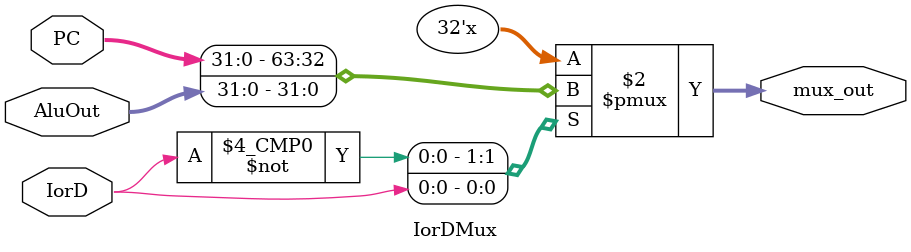
<source format=sv>
module IorDMux(IorD, PC, AluOut, mux_out);

input logic IorD;
input logic [31:0] PC, AluOut;
output logic [31:0] mux_out;

always @ (IorD) begin

case(IorD)
1'b0:mux_out <= PC;
1'b1:mux_out <= AluOut;
endcase 
end
endmodule 
</source>
